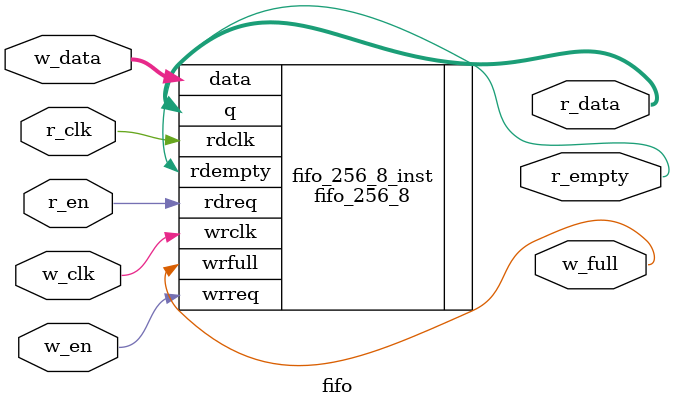
<source format=v>
module fifo(
    input           w_clk,
    input           r_clk,
    input           w_en,
    input           r_en,
    input   [7:0]   w_data,
    output  [7:0]   r_data,
    output          w_full,
    output          r_empty
);


fifo_256_8	fifo_256_8_inst (
	.data     ( w_data ),
	.rdclk    ( r_clk ),
	.rdreq    ( r_en ),
	.wrclk    ( w_clk ),
	.wrreq    ( w_en ),
	.q        ( r_data ),
	.rdempty  ( r_empty ),
	.wrfull   ( w_full )
	);
endmodule

</source>
